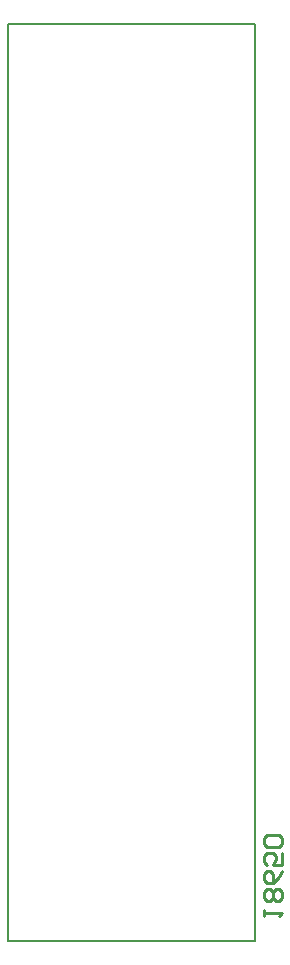
<source format=gbo>
G04 Layer_Color=32896*
%FSLAX25Y25*%
%MOIN*%
G70*
G01*
G75*
%ADD25C,0.01000*%
%ADD38C,0.00500*%
D25*
X422102Y152709D02*
Y154708D01*
Y153708D01*
X428100D01*
X427101Y152709D01*
Y157707D02*
X428100Y158707D01*
Y160706D01*
X427101Y161706D01*
X426101D01*
X425101Y160706D01*
X424102Y161706D01*
X423102D01*
X422102Y160706D01*
Y158707D01*
X423102Y157707D01*
X424102D01*
X425101Y158707D01*
X426101Y157707D01*
X427101D01*
X425101Y158707D02*
Y160706D01*
X428100Y167704D02*
X427101Y165704D01*
X425101Y163705D01*
X423102D01*
X422102Y164705D01*
Y166704D01*
X423102Y167704D01*
X424102D01*
X425101Y166704D01*
Y163705D01*
X428100Y173702D02*
Y169703D01*
X425101D01*
X426101Y171703D01*
Y172702D01*
X425101Y173702D01*
X423102D01*
X422102Y172702D01*
Y170703D01*
X423102Y169703D01*
X427101Y175701D02*
X428100Y176701D01*
Y178700D01*
X427101Y179700D01*
X423102D01*
X422102Y178700D01*
Y176701D01*
X423102Y175701D01*
X427101D01*
D38*
X336811Y144291D02*
Y450197D01*
Y144291D02*
X419095D01*
Y450197D01*
X336811D02*
X419095D01*
M02*

</source>
